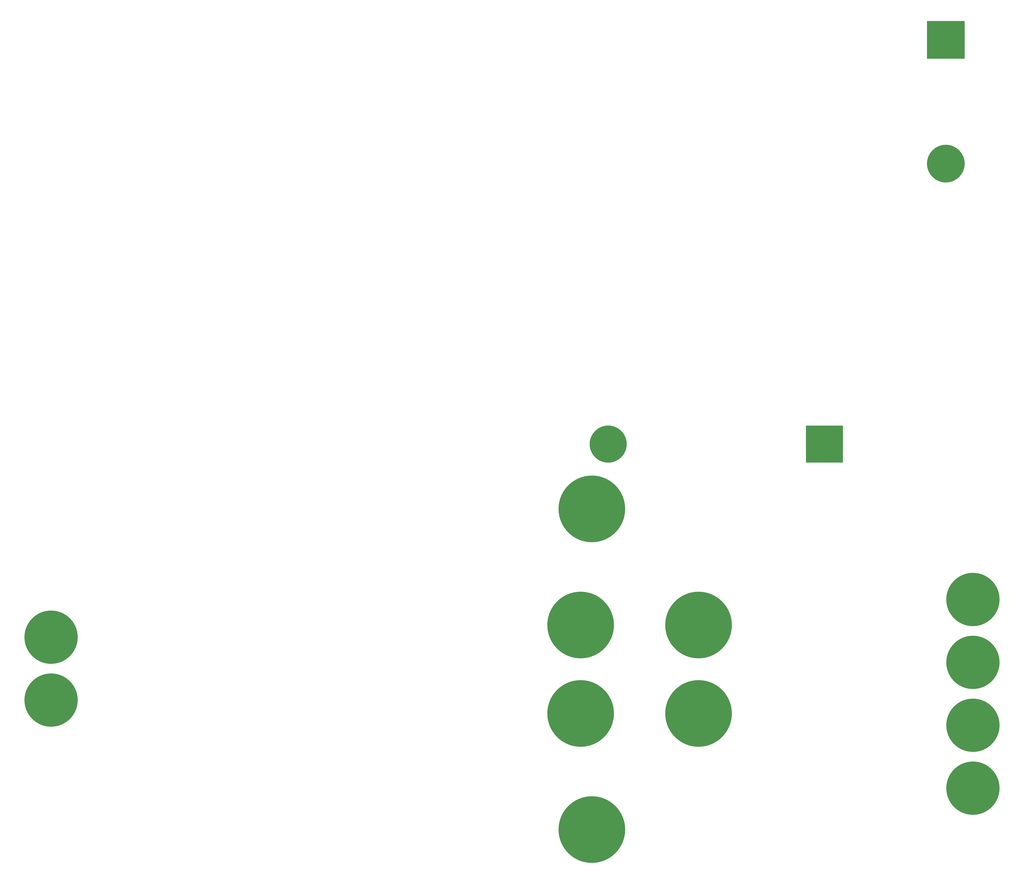
<source format=gbr>
%FSLAX23Y23*%
%MOIN*%
G04 EasyPC Gerber Version 17.0 Build 3379 *
%ADD24R,1.03628X1.03628*%
%ADD19R,1.05384X1.05384*%
%ADD25C,1.03628*%
%ADD70C,1.05384*%
%ADD28C,1.48838*%
%ADD11C,1.86178*%
%ADD10C,1.86178*%
X0Y0D02*
D02*
D10*
X25016Y10329D03*
X21723D03*
X25016Y12799D03*
X21723D03*
D02*
D11*
X22035Y7085D03*
Y16042D03*
D02*
D19*
X31923Y29143D03*
D02*
D70*
Y25685D03*
D02*
D24*
X28533Y17852D03*
D02*
D25*
X22491D03*
D02*
D28*
X32679Y8244D03*
Y10000D03*
X6930Y10703D03*
X32679Y11757D03*
X6930Y12459D03*
X32679Y13513D03*
X0Y0D02*
M02*

</source>
